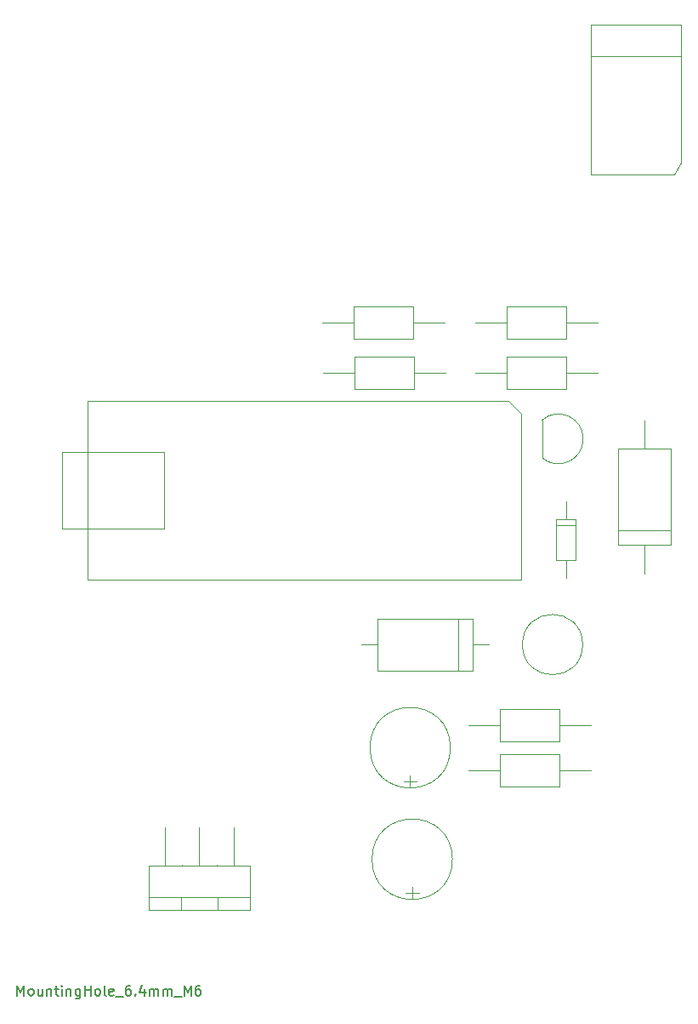
<source format=gbr>
G04 #@! TF.GenerationSoftware,KiCad,Pcbnew,(5.0.0)*
G04 #@! TF.CreationDate,2018-12-05T18:09:54+00:00*
G04 #@! TF.ProjectId,OpenSpritzer_1.3,4F70656E53707269747A65725F312E33,rev?*
G04 #@! TF.SameCoordinates,Original*
G04 #@! TF.FileFunction,Other,Fab,Top*
%FSLAX46Y46*%
G04 Gerber Fmt 4.6, Leading zero omitted, Abs format (unit mm)*
G04 Created by KiCad (PCBNEW (5.0.0)) date 12/05/18 18:09:54*
%MOMM*%
%LPD*%
G01*
G04 APERTURE LIST*
%ADD10C,0.100000*%
%ADD11C,0.150000*%
G04 APERTURE END LIST*
D10*
G04 #@! TO.C,*
X150735000Y-111585500D02*
X155945000Y-111585500D01*
X153340000Y-100630000D02*
X153340000Y-103485000D01*
X153340000Y-115870000D02*
X153340000Y-113015000D01*
X150735000Y-103485000D02*
X150735000Y-113015000D01*
X155945000Y-103485000D02*
X150735000Y-103485000D01*
X155945000Y-113015000D02*
X155945000Y-103485000D01*
X150735000Y-113015000D02*
X155945000Y-113015000D01*
X139620000Y-89350000D02*
X139620000Y-92550000D01*
X139620000Y-92550000D02*
X145560000Y-92550000D01*
X145560000Y-92550000D02*
X145560000Y-89350000D01*
X145560000Y-89350000D02*
X139620000Y-89350000D01*
X136500000Y-90950000D02*
X139620000Y-90950000D01*
X148680000Y-90950000D02*
X145560000Y-90950000D01*
X144880000Y-132550000D02*
X144880000Y-129350000D01*
X144880000Y-129350000D02*
X138940000Y-129350000D01*
X138940000Y-129350000D02*
X138940000Y-132550000D01*
X138940000Y-132550000D02*
X144880000Y-132550000D01*
X148000000Y-130950000D02*
X144880000Y-130950000D01*
X135820000Y-130950000D02*
X138940000Y-130950000D01*
X144880000Y-137050000D02*
X144880000Y-133850000D01*
X144880000Y-133850000D02*
X138940000Y-133850000D01*
X138940000Y-133850000D02*
X138940000Y-137050000D01*
X138940000Y-137050000D02*
X144880000Y-137050000D01*
X148000000Y-135450000D02*
X144880000Y-135450000D01*
X135820000Y-135450000D02*
X138940000Y-135450000D01*
X139620000Y-94350000D02*
X139620000Y-97550000D01*
X139620000Y-97550000D02*
X145560000Y-97550000D01*
X145560000Y-97550000D02*
X145560000Y-94350000D01*
X145560000Y-94350000D02*
X139620000Y-94350000D01*
X136500000Y-95950000D02*
X139620000Y-95950000D01*
X148680000Y-95950000D02*
X145560000Y-95950000D01*
X124370000Y-89350000D02*
X124370000Y-92550000D01*
X124370000Y-92550000D02*
X130310000Y-92550000D01*
X130310000Y-92550000D02*
X130310000Y-89350000D01*
X130310000Y-89350000D02*
X124370000Y-89350000D01*
X121250000Y-90950000D02*
X124370000Y-90950000D01*
X133430000Y-90950000D02*
X130310000Y-90950000D01*
X130380000Y-97550000D02*
X130380000Y-94350000D01*
X130380000Y-94350000D02*
X124440000Y-94350000D01*
X124440000Y-94350000D02*
X124440000Y-97550000D01*
X124440000Y-97550000D02*
X130380000Y-97550000D01*
X133500000Y-95950000D02*
X130380000Y-95950000D01*
X121320000Y-95950000D02*
X124440000Y-95950000D01*
X147175000Y-122950000D02*
G75*
G03X147175000Y-122950000I-3000000J0D01*
G01*
X105450000Y-103810000D02*
X105450000Y-111430000D01*
X105450000Y-111430000D02*
X95290000Y-111430000D01*
X95290000Y-111430000D02*
X95290000Y-103810000D01*
X95290000Y-103810000D02*
X105450000Y-103810000D01*
X97830000Y-116510000D02*
X97830000Y-98730000D01*
X97830000Y-98730000D02*
X139740000Y-98730000D01*
X139740000Y-98730000D02*
X141010000Y-100000000D01*
X141010000Y-100000000D02*
X141010000Y-116510000D01*
X141010000Y-116510000D02*
X97830000Y-116510000D01*
G04 #@! TO.C,NPN*
X143147615Y-100597182D02*
G75*
G02X147230000Y-102490000I1602385J-1892818D01*
G01*
X143157453Y-104391103D02*
G75*
G03X147230000Y-102490000I1592547J1901103D01*
G01*
X143150000Y-100600000D02*
X143150000Y-104350000D01*
G04 #@! TO.C,*
X157000000Y-74970000D02*
X157000000Y-61270000D01*
X148000000Y-76150000D02*
X156250000Y-76150000D01*
X148000000Y-61270000D02*
X148000000Y-76150000D01*
X157000000Y-61270000D02*
X148000000Y-61270000D01*
X157000000Y-64450000D02*
X148000000Y-64450000D01*
X157005425Y-74966787D02*
X156250000Y-76150000D01*
X136200000Y-125550000D02*
X136200000Y-120350000D01*
X136200000Y-120350000D02*
X126700000Y-120350000D01*
X126700000Y-120350000D02*
X126700000Y-125550000D01*
X126700000Y-125550000D02*
X136200000Y-125550000D01*
X137800000Y-122950000D02*
X136200000Y-122950000D01*
X125100000Y-122950000D02*
X126700000Y-122950000D01*
X134775000Y-125550000D02*
X134775000Y-120350000D01*
X134200000Y-144300000D02*
G75*
G03X134200000Y-144300000I-4000000J0D01*
G01*
X130200000Y-148250000D02*
X130200000Y-147050000D01*
X129550000Y-147650000D02*
X130850000Y-147650000D01*
X129350000Y-136550000D02*
X130650000Y-136550000D01*
X130000000Y-137150000D02*
X130000000Y-135950000D01*
X134000000Y-133200000D02*
G75*
G03X134000000Y-133200000I-4000000J0D01*
G01*
X146500000Y-110510000D02*
X144500000Y-110510000D01*
X144500000Y-110510000D02*
X144500000Y-114510000D01*
X144500000Y-114510000D02*
X146500000Y-114510000D01*
X146500000Y-114510000D02*
X146500000Y-110510000D01*
X145500000Y-108700000D02*
X145500000Y-110510000D01*
X145500000Y-116320000D02*
X145500000Y-114510000D01*
X146500000Y-111110000D02*
X144500000Y-111110000D01*
X114000000Y-149350000D02*
X114000000Y-144950000D01*
X114000000Y-144950000D02*
X104000000Y-144950000D01*
X104000000Y-144950000D02*
X104000000Y-149350000D01*
X104000000Y-149350000D02*
X114000000Y-149350000D01*
X114000000Y-148080000D02*
X104000000Y-148080000D01*
X110850000Y-149350000D02*
X110850000Y-148080000D01*
X107150000Y-149350000D02*
X107150000Y-148080000D01*
X112400000Y-144950000D02*
X112400000Y-141150000D01*
X110700000Y-144950000D02*
X110700000Y-144850000D01*
X109000000Y-144950000D02*
X109000000Y-141150000D01*
X107300000Y-144950000D02*
X107300000Y-144850000D01*
X105600000Y-144950000D02*
X105600000Y-141150000D01*
G04 #@! TD*
G04 #@! TO.C,*
D11*
G04 #@! TO.C,NPN*
G04 #@! TO.C,*
X90880952Y-157852380D02*
X90880952Y-156852380D01*
X91214285Y-157566666D01*
X91547619Y-156852380D01*
X91547619Y-157852380D01*
X92166666Y-157852380D02*
X92071428Y-157804761D01*
X92023809Y-157757142D01*
X91976190Y-157661904D01*
X91976190Y-157376190D01*
X92023809Y-157280952D01*
X92071428Y-157233333D01*
X92166666Y-157185714D01*
X92309523Y-157185714D01*
X92404761Y-157233333D01*
X92452380Y-157280952D01*
X92499999Y-157376190D01*
X92499999Y-157661904D01*
X92452380Y-157757142D01*
X92404761Y-157804761D01*
X92309523Y-157852380D01*
X92166666Y-157852380D01*
X93357142Y-157185714D02*
X93357142Y-157852380D01*
X92928571Y-157185714D02*
X92928571Y-157709523D01*
X92976190Y-157804761D01*
X93071428Y-157852380D01*
X93214285Y-157852380D01*
X93309523Y-157804761D01*
X93357142Y-157757142D01*
X93833333Y-157185714D02*
X93833333Y-157852380D01*
X93833333Y-157280952D02*
X93880952Y-157233333D01*
X93976190Y-157185714D01*
X94119047Y-157185714D01*
X94214285Y-157233333D01*
X94261904Y-157328571D01*
X94261904Y-157852380D01*
X94595238Y-157185714D02*
X94976190Y-157185714D01*
X94738095Y-156852380D02*
X94738095Y-157709523D01*
X94785714Y-157804761D01*
X94880952Y-157852380D01*
X94976190Y-157852380D01*
X95309523Y-157852380D02*
X95309523Y-157185714D01*
X95309523Y-156852380D02*
X95261904Y-156900000D01*
X95309523Y-156947619D01*
X95357142Y-156900000D01*
X95309523Y-156852380D01*
X95309523Y-156947619D01*
X95785714Y-157185714D02*
X95785714Y-157852380D01*
X95785714Y-157280952D02*
X95833333Y-157233333D01*
X95928571Y-157185714D01*
X96071428Y-157185714D01*
X96166666Y-157233333D01*
X96214285Y-157328571D01*
X96214285Y-157852380D01*
X97119047Y-157185714D02*
X97119047Y-157995238D01*
X97071428Y-158090476D01*
X97023809Y-158138095D01*
X96928571Y-158185714D01*
X96785714Y-158185714D01*
X96690476Y-158138095D01*
X97119047Y-157804761D02*
X97023809Y-157852380D01*
X96833333Y-157852380D01*
X96738095Y-157804761D01*
X96690476Y-157757142D01*
X96642857Y-157661904D01*
X96642857Y-157376190D01*
X96690476Y-157280952D01*
X96738095Y-157233333D01*
X96833333Y-157185714D01*
X97023809Y-157185714D01*
X97119047Y-157233333D01*
X97595238Y-157852380D02*
X97595238Y-156852380D01*
X97595238Y-157328571D02*
X98166666Y-157328571D01*
X98166666Y-157852380D02*
X98166666Y-156852380D01*
X98785714Y-157852380D02*
X98690476Y-157804761D01*
X98642857Y-157757142D01*
X98595238Y-157661904D01*
X98595238Y-157376190D01*
X98642857Y-157280952D01*
X98690476Y-157233333D01*
X98785714Y-157185714D01*
X98928571Y-157185714D01*
X99023809Y-157233333D01*
X99071428Y-157280952D01*
X99119047Y-157376190D01*
X99119047Y-157661904D01*
X99071428Y-157757142D01*
X99023809Y-157804761D01*
X98928571Y-157852380D01*
X98785714Y-157852380D01*
X99690476Y-157852380D02*
X99595238Y-157804761D01*
X99547619Y-157709523D01*
X99547619Y-156852380D01*
X100452380Y-157804761D02*
X100357142Y-157852380D01*
X100166666Y-157852380D01*
X100071428Y-157804761D01*
X100023809Y-157709523D01*
X100023809Y-157328571D01*
X100071428Y-157233333D01*
X100166666Y-157185714D01*
X100357142Y-157185714D01*
X100452380Y-157233333D01*
X100499999Y-157328571D01*
X100499999Y-157423809D01*
X100023809Y-157519047D01*
X100690476Y-157947619D02*
X101452380Y-157947619D01*
X102119047Y-156852380D02*
X101928571Y-156852380D01*
X101833333Y-156900000D01*
X101785714Y-156947619D01*
X101690476Y-157090476D01*
X101642857Y-157280952D01*
X101642857Y-157661904D01*
X101690476Y-157757142D01*
X101738095Y-157804761D01*
X101833333Y-157852380D01*
X102023809Y-157852380D01*
X102119047Y-157804761D01*
X102166666Y-157757142D01*
X102214285Y-157661904D01*
X102214285Y-157423809D01*
X102166666Y-157328571D01*
X102119047Y-157280952D01*
X102023809Y-157233333D01*
X101833333Y-157233333D01*
X101738095Y-157280952D01*
X101690476Y-157328571D01*
X101642857Y-157423809D01*
X102642857Y-157757142D02*
X102690476Y-157804761D01*
X102642857Y-157852380D01*
X102595238Y-157804761D01*
X102642857Y-157757142D01*
X102642857Y-157852380D01*
X103547619Y-157185714D02*
X103547619Y-157852380D01*
X103309523Y-156804761D02*
X103071428Y-157519047D01*
X103690476Y-157519047D01*
X104071428Y-157852380D02*
X104071428Y-157185714D01*
X104071428Y-157280952D02*
X104119047Y-157233333D01*
X104214285Y-157185714D01*
X104357142Y-157185714D01*
X104452380Y-157233333D01*
X104499999Y-157328571D01*
X104499999Y-157852380D01*
X104499999Y-157328571D02*
X104547619Y-157233333D01*
X104642857Y-157185714D01*
X104785714Y-157185714D01*
X104880952Y-157233333D01*
X104928571Y-157328571D01*
X104928571Y-157852380D01*
X105404761Y-157852380D02*
X105404761Y-157185714D01*
X105404761Y-157280952D02*
X105452380Y-157233333D01*
X105547619Y-157185714D01*
X105690476Y-157185714D01*
X105785714Y-157233333D01*
X105833333Y-157328571D01*
X105833333Y-157852380D01*
X105833333Y-157328571D02*
X105880952Y-157233333D01*
X105976190Y-157185714D01*
X106119047Y-157185714D01*
X106214285Y-157233333D01*
X106261904Y-157328571D01*
X106261904Y-157852380D01*
X106499999Y-157947619D02*
X107261904Y-157947619D01*
X107499999Y-157852380D02*
X107499999Y-156852380D01*
X107833333Y-157566666D01*
X108166666Y-156852380D01*
X108166666Y-157852380D01*
X109071428Y-156852380D02*
X108880952Y-156852380D01*
X108785714Y-156900000D01*
X108738095Y-156947619D01*
X108642857Y-157090476D01*
X108595238Y-157280952D01*
X108595238Y-157661904D01*
X108642857Y-157757142D01*
X108690476Y-157804761D01*
X108785714Y-157852380D01*
X108976190Y-157852380D01*
X109071428Y-157804761D01*
X109119047Y-157757142D01*
X109166666Y-157661904D01*
X109166666Y-157423809D01*
X109119047Y-157328571D01*
X109071428Y-157280952D01*
X108976190Y-157233333D01*
X108785714Y-157233333D01*
X108690476Y-157280952D01*
X108642857Y-157328571D01*
X108595238Y-157423809D01*
G04 #@! TD*
M02*

</source>
